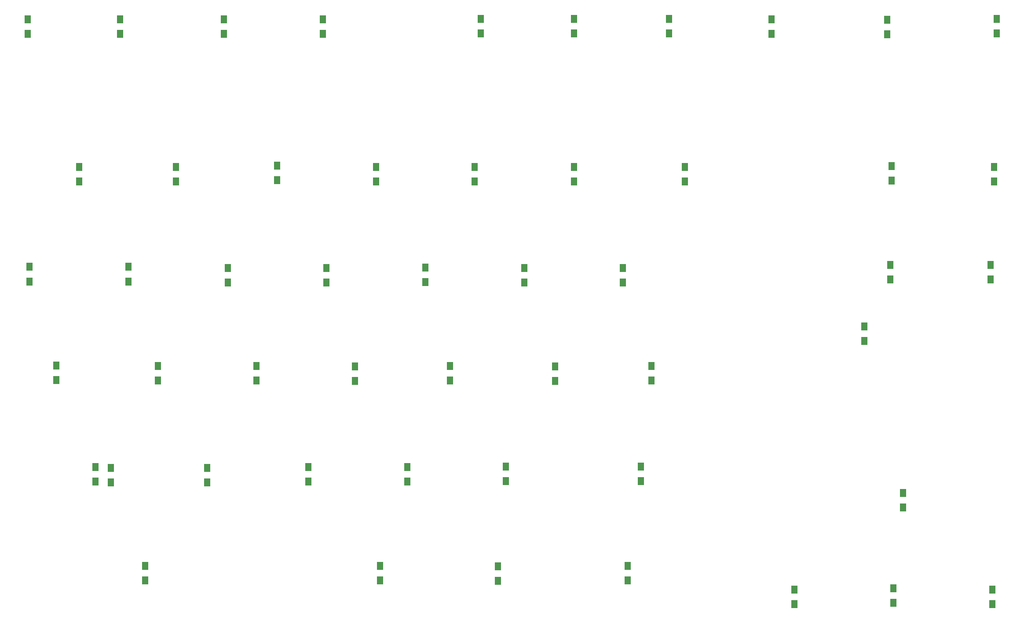
<source format=gbp>
G04 #@! TF.GenerationSoftware,KiCad,Pcbnew,7.0.9-1.fc39*
G04 #@! TF.CreationDate,2024-01-02T19:26:34+02:00*
G04 #@! TF.ProjectId,SplitHside5,53706c69-7448-4736-9964-65352e6b6963,rev?*
G04 #@! TF.SameCoordinates,Original*
G04 #@! TF.FileFunction,Paste,Bot*
G04 #@! TF.FilePolarity,Positive*
%FSLAX46Y46*%
G04 Gerber Fmt 4.6, Leading zero omitted, Abs format (unit mm)*
G04 Created by KiCad (PCBNEW 7.0.9-1.fc39) date 2024-01-02 19:26:34*
%MOMM*%
%LPD*%
G01*
G04 APERTURE LIST*
%ADD10R,1.200000X1.600000*%
G04 APERTURE END LIST*
D10*
X46433400Y-32770300D03*
X46433400Y-35570300D03*
X56356250Y-61200000D03*
X56356250Y-64000000D03*
X46831250Y-80500000D03*
X46831250Y-83300000D03*
X52000000Y-99500000D03*
X52000000Y-102300000D03*
X62500000Y-119200000D03*
X62500000Y-122000000D03*
X75000000Y-61200000D03*
X75000000Y-64000000D03*
X65881250Y-80500000D03*
X65881250Y-83300000D03*
X71500000Y-99600000D03*
X71500000Y-102400000D03*
X81000000Y-119200000D03*
X81000000Y-122000000D03*
X84234950Y-32770300D03*
X84234950Y-35570300D03*
X94456250Y-61000000D03*
X94456250Y-63800000D03*
X85000000Y-80700000D03*
X85000000Y-83500000D03*
X90500000Y-99600000D03*
X90500000Y-102400000D03*
X100500000Y-119100000D03*
X100500000Y-121900000D03*
X103284550Y-32770300D03*
X103284550Y-35570300D03*
X113500000Y-61200000D03*
X113500000Y-64000000D03*
X103981250Y-80700000D03*
X103981250Y-83500000D03*
X109500000Y-99700000D03*
X109500000Y-102500000D03*
X119500000Y-119100000D03*
X119500000Y-121900000D03*
X133644850Y-32740375D03*
X133644850Y-35540375D03*
X132500000Y-61200000D03*
X132500000Y-64000000D03*
X123000000Y-80600000D03*
X123000000Y-83400000D03*
X127793750Y-99600000D03*
X127793750Y-102400000D03*
X138500000Y-119000000D03*
X138500000Y-121800000D03*
X151652675Y-32740375D03*
X151652675Y-35540375D03*
X151606250Y-61200000D03*
X151606250Y-64000000D03*
X142081250Y-80700000D03*
X142081250Y-83500000D03*
X148000000Y-99700000D03*
X148000000Y-102500000D03*
X164500000Y-119000000D03*
X164500000Y-121800000D03*
X169958150Y-32740375D03*
X169958150Y-35540375D03*
X173000000Y-61200000D03*
X173000000Y-64000000D03*
X161000000Y-80700000D03*
X161000000Y-83500000D03*
X166500000Y-99600000D03*
X166500000Y-102400000D03*
X215000000Y-124100000D03*
X215000000Y-126900000D03*
X189603050Y-32770300D03*
X189603050Y-35570300D03*
X207500000Y-92000000D03*
X207500000Y-94800000D03*
X212500000Y-80100000D03*
X212500000Y-82900000D03*
X211931250Y-32890000D03*
X211931250Y-35690000D03*
X212725000Y-61100000D03*
X212725000Y-63900000D03*
X231775000Y-80100000D03*
X231775000Y-82900000D03*
X233000000Y-32700000D03*
X233000000Y-35500000D03*
X232500000Y-61200000D03*
X232500000Y-64000000D03*
X64293750Y-32770300D03*
X64293750Y-35570300D03*
X69056540Y-138141820D03*
X69056540Y-140941820D03*
X114300480Y-138141820D03*
X114300480Y-140941820D03*
X136949899Y-138200000D03*
X136949899Y-141000000D03*
X161925680Y-138141820D03*
X161925680Y-140941820D03*
X194072690Y-142666230D03*
X194072690Y-145466230D03*
X213122770Y-142428120D03*
X213122770Y-145228120D03*
X232172850Y-142666230D03*
X232172850Y-145466230D03*
X59500000Y-119100001D03*
X59500000Y-121900001D03*
M02*

</source>
